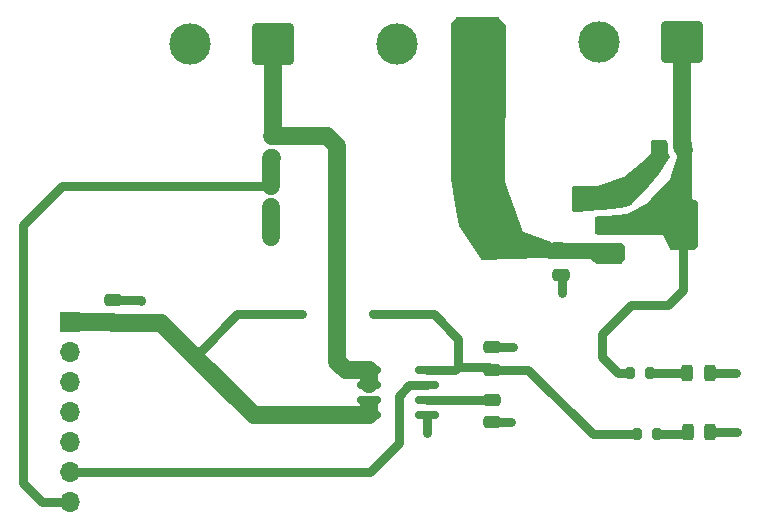
<source format=gbr>
%TF.GenerationSoftware,KiCad,Pcbnew,(6.0.7)*%
%TF.CreationDate,2023-02-21T13:12:55+03:00*%
%TF.ProjectId,Omarichet EPS Stack,4f6d6172-6963-4686-9574-204550532053,rev?*%
%TF.SameCoordinates,Original*%
%TF.FileFunction,Copper,L1,Top*%
%TF.FilePolarity,Positive*%
%FSLAX46Y46*%
G04 Gerber Fmt 4.6, Leading zero omitted, Abs format (unit mm)*
G04 Created by KiCad (PCBNEW (6.0.7)) date 2023-02-21 13:12:55*
%MOMM*%
%LPD*%
G01*
G04 APERTURE LIST*
G04 Aperture macros list*
%AMRoundRect*
0 Rectangle with rounded corners*
0 $1 Rounding radius*
0 $2 $3 $4 $5 $6 $7 $8 $9 X,Y pos of 4 corners*
0 Add a 4 corners polygon primitive as box body*
4,1,4,$2,$3,$4,$5,$6,$7,$8,$9,$2,$3,0*
0 Add four circle primitives for the rounded corners*
1,1,$1+$1,$2,$3*
1,1,$1+$1,$4,$5*
1,1,$1+$1,$6,$7*
1,1,$1+$1,$8,$9*
0 Add four rect primitives between the rounded corners*
20,1,$1+$1,$2,$3,$4,$5,0*
20,1,$1+$1,$4,$5,$6,$7,0*
20,1,$1+$1,$6,$7,$8,$9,0*
20,1,$1+$1,$8,$9,$2,$3,0*%
G04 Aperture macros list end*
%TA.AperFunction,ComponentPad*%
%ADD10RoundRect,0.250002X1.499998X1.499998X-1.499998X1.499998X-1.499998X-1.499998X1.499998X-1.499998X0*%
%TD*%
%TA.AperFunction,ComponentPad*%
%ADD11C,3.500000*%
%TD*%
%TA.AperFunction,ComponentPad*%
%ADD12R,1.700000X1.700000*%
%TD*%
%TA.AperFunction,ComponentPad*%
%ADD13O,1.700000X1.700000*%
%TD*%
%TA.AperFunction,SMDPad,CuDef*%
%ADD14RoundRect,0.250000X-0.475000X0.250000X-0.475000X-0.250000X0.475000X-0.250000X0.475000X0.250000X0*%
%TD*%
%TA.AperFunction,SMDPad,CuDef*%
%ADD15R,2.000000X1.500000*%
%TD*%
%TA.AperFunction,SMDPad,CuDef*%
%ADD16R,2.000000X3.800000*%
%TD*%
%TA.AperFunction,SMDPad,CuDef*%
%ADD17RoundRect,0.243750X0.243750X0.456250X-0.243750X0.456250X-0.243750X-0.456250X0.243750X-0.456250X0*%
%TD*%
%TA.AperFunction,SMDPad,CuDef*%
%ADD18RoundRect,0.150000X-0.825000X-0.150000X0.825000X-0.150000X0.825000X0.150000X-0.825000X0.150000X0*%
%TD*%
%TA.AperFunction,SMDPad,CuDef*%
%ADD19RoundRect,0.250000X0.250000X0.475000X-0.250000X0.475000X-0.250000X-0.475000X0.250000X-0.475000X0*%
%TD*%
%TA.AperFunction,SMDPad,CuDef*%
%ADD20RoundRect,0.200000X-0.275000X0.200000X-0.275000X-0.200000X0.275000X-0.200000X0.275000X0.200000X0*%
%TD*%
%TA.AperFunction,SMDPad,CuDef*%
%ADD21RoundRect,0.200000X-0.200000X-0.275000X0.200000X-0.275000X0.200000X0.275000X-0.200000X0.275000X0*%
%TD*%
%TA.AperFunction,ViaPad*%
%ADD22C,0.700000*%
%TD*%
%TA.AperFunction,Conductor*%
%ADD23C,1.500000*%
%TD*%
%TA.AperFunction,Conductor*%
%ADD24C,0.800000*%
%TD*%
G04 APERTURE END LIST*
D10*
%TO.P,J1,1,Pin_1*%
%TO.N,IP+*%
X119890000Y-70630000D03*
D11*
%TO.P,J1,2,Pin_2*%
%TO.N,GND*%
X112890000Y-70630000D03*
%TD*%
D12*
%TO.P,J2,1,Pin_1*%
%TO.N,IP-*%
X102720000Y-94245000D03*
D13*
%TO.P,J2,2,Pin_2*%
%TO.N,GND*%
X102720000Y-96785000D03*
%TO.P,J2,3,Pin_3*%
%TO.N,unconnected-(J2-Pad3)*%
X102720000Y-99325000D03*
%TO.P,J2,4,Pin_4*%
%TO.N,unconnected-(J2-Pad4)*%
X102720000Y-101865000D03*
%TO.P,J2,5,Pin_5*%
%TO.N,unconnected-(J2-Pad5)*%
X102720000Y-104405000D03*
%TO.P,J2,6,Pin_6*%
%TO.N,CH5*%
X102720000Y-106945000D03*
%TO.P,J2,7,Pin_7*%
%TO.N,CH4*%
X102720000Y-109485000D03*
%TD*%
D14*
%TO.P,C3,1*%
%TO.N,Net-(C3-Pad1)*%
X138480000Y-100790000D03*
%TO.P,C3,2*%
%TO.N,GND*%
X138480000Y-102690000D03*
%TD*%
D15*
%TO.P,U1,1,GND*%
%TO.N,GND*%
X148350000Y-83700000D03*
D16*
%TO.P,U1,2,VO*%
%TO.N,SOL_out*%
X154650000Y-86000000D03*
D15*
X148350000Y-86000000D03*
%TO.P,U1,3,VI*%
%TO.N,SOL_in*%
X148350000Y-88300000D03*
%TD*%
D17*
%TO.P,D1,1,K*%
%TO.N,GND*%
X156875000Y-98500000D03*
%TO.P,D1,2,A*%
%TO.N,Net-(D1-Pad2)*%
X155000000Y-98500000D03*
%TD*%
D14*
%TO.P,C5,1*%
%TO.N,SOL_in*%
X144330000Y-88330000D03*
%TO.P,C5,2*%
%TO.N,GND*%
X144330000Y-90230000D03*
%TD*%
%TO.P,C1,1*%
%TO.N,GND*%
X106330000Y-92360000D03*
%TO.P,C1,2*%
%TO.N,IP-*%
X106330000Y-94260000D03*
%TD*%
D18*
%TO.P,U2,1,IP+*%
%TO.N,IP+*%
X128005000Y-98275000D03*
%TO.P,U2,2,IP+*%
X128005000Y-99545000D03*
%TO.P,U2,3,IP-*%
%TO.N,IP-*%
X128005000Y-100815000D03*
%TO.P,U2,4,IP-*%
X128005000Y-102085000D03*
%TO.P,U2,5,GND*%
%TO.N,GND*%
X132955000Y-102085000D03*
%TO.P,U2,6,FILTER*%
%TO.N,Net-(C3-Pad1)*%
X132955000Y-100815000D03*
%TO.P,U2,7,VIOUT*%
%TO.N,CH5*%
X132955000Y-99545000D03*
%TO.P,U2,8,VCC*%
%TO.N,IP-*%
X132955000Y-98275000D03*
%TD*%
D19*
%TO.P,C4,1*%
%TO.N,SOL_out*%
X154740000Y-79610000D03*
%TO.P,C4,2*%
%TO.N,GND*%
X152840000Y-79610000D03*
%TD*%
D17*
%TO.P,D2,1,K*%
%TO.N,GND*%
X156937500Y-103500000D03*
%TO.P,D2,2,A*%
%TO.N,Net-(D2-Pad2)*%
X155062500Y-103500000D03*
%TD*%
D20*
%TO.P,R1,1*%
%TO.N,IP+*%
X119790000Y-78490000D03*
%TO.P,R1,2*%
%TO.N,CH4*%
X119790000Y-80140000D03*
%TD*%
D21*
%TO.P,R3,1*%
%TO.N,IP-*%
X150770000Y-103720000D03*
%TO.P,R3,2*%
%TO.N,Net-(D2-Pad2)*%
X152420000Y-103720000D03*
%TD*%
%TO.P,R4,1*%
%TO.N,SOL_out*%
X150175000Y-98500000D03*
%TO.P,R4,2*%
%TO.N,Net-(D1-Pad2)*%
X151825000Y-98500000D03*
%TD*%
D10*
%TO.P,J4,1,Pin_1*%
%TO.N,SOL_out*%
X154500000Y-70500000D03*
D11*
%TO.P,J4,2,Pin_2*%
%TO.N,GND*%
X147500000Y-70500000D03*
%TD*%
D20*
%TO.P,R2,1*%
%TO.N,CH4*%
X119770000Y-82675000D03*
%TO.P,R2,2*%
%TO.N,GND*%
X119770000Y-84325000D03*
%TD*%
D14*
%TO.P,C2,1*%
%TO.N,GND*%
X138480000Y-96350000D03*
%TO.P,C2,2*%
%TO.N,IP-*%
X138480000Y-98250000D03*
%TD*%
D10*
%TO.P,J3,1,Pin_1*%
%TO.N,SOL_in*%
X137380000Y-70630000D03*
D11*
%TO.P,J3,2,Pin_2*%
%TO.N,GND*%
X130380000Y-70630000D03*
%TD*%
D22*
%TO.N,GND*%
X159180000Y-103540000D03*
X144370000Y-91780000D03*
X140100000Y-102670000D03*
X145920000Y-84260000D03*
X140200000Y-96350000D03*
X132960000Y-103610000D03*
X159130000Y-98550000D03*
X119770000Y-86980000D03*
X145930000Y-83060000D03*
X108750000Y-92410000D03*
%TO.N,IP-*%
X122380000Y-93570000D03*
X128420000Y-93550000D03*
%TD*%
D23*
%TO.N,GND*%
X119770000Y-86980000D02*
X119770000Y-84475000D01*
D24*
X140200000Y-96350000D02*
X138480000Y-96350000D01*
X144370000Y-91780000D02*
X144370000Y-90270000D01*
X132955000Y-103605000D02*
X132960000Y-103610000D01*
X144370000Y-90270000D02*
X144330000Y-90230000D01*
X140080000Y-102690000D02*
X140100000Y-102670000D01*
X156937500Y-103500000D02*
X159140000Y-103500000D01*
X106330000Y-92360000D02*
X108700000Y-92360000D01*
X108700000Y-92360000D02*
X108750000Y-92410000D01*
X132955000Y-102085000D02*
X132955000Y-103605000D01*
X138480000Y-102690000D02*
X140080000Y-102690000D01*
X159080000Y-98500000D02*
X159130000Y-98550000D01*
X156875000Y-98500000D02*
X159080000Y-98500000D01*
X159140000Y-103500000D02*
X159180000Y-103540000D01*
D23*
%TO.N,IP-*%
X128005000Y-102085000D02*
X128005000Y-101265000D01*
D24*
X138230000Y-98000000D02*
X138480000Y-98250000D01*
X132955000Y-98275000D02*
X132990000Y-98310000D01*
X132990000Y-98310000D02*
X135300000Y-98310000D01*
D23*
X112800000Y-96620000D02*
X118265000Y-102085000D01*
D24*
X135300000Y-98310000D02*
X135610000Y-98000000D01*
X116880000Y-93570000D02*
X113830000Y-96620000D01*
X135610000Y-95650000D02*
X133510000Y-93550000D01*
X113830000Y-96620000D02*
X112800000Y-96620000D01*
X135610000Y-98000000D02*
X135610000Y-95650000D01*
D23*
X102720000Y-94245000D02*
X106315000Y-94245000D01*
D24*
X138480000Y-98250000D02*
X141520000Y-98250000D01*
D23*
X118265000Y-102085000D02*
X128005000Y-102085000D01*
X110440000Y-94260000D02*
X112800000Y-96620000D01*
D24*
X122380000Y-93570000D02*
X116880000Y-93570000D01*
D23*
X106330000Y-94260000D02*
X110440000Y-94260000D01*
X106315000Y-94245000D02*
X106330000Y-94260000D01*
D24*
X146990000Y-103720000D02*
X150770000Y-103720000D01*
X141520000Y-98250000D02*
X146990000Y-103720000D01*
X133510000Y-93550000D02*
X128420000Y-93550000D01*
X135610000Y-98000000D02*
X138230000Y-98000000D01*
%TO.N,SOL_out*%
X154650000Y-91510000D02*
X154650000Y-86000000D01*
X150220000Y-92780000D02*
X153380000Y-92780000D01*
X147800000Y-97210000D02*
X147800000Y-95200000D01*
X150175000Y-98500000D02*
X149090000Y-98500000D01*
X149090000Y-98500000D02*
X147800000Y-97210000D01*
X147800000Y-95200000D02*
X150220000Y-92780000D01*
D23*
X154500000Y-70500000D02*
X154500000Y-79370000D01*
D24*
X153380000Y-92780000D02*
X154650000Y-91510000D01*
D23*
X154500000Y-79370000D02*
X154740000Y-79610000D01*
%TO.N,IP+*%
X119890000Y-70630000D02*
X119890000Y-78390000D01*
X125370000Y-97540000D02*
X125350000Y-97560000D01*
X126065000Y-98275000D02*
X128005000Y-98275000D01*
X125350000Y-97560000D02*
X126065000Y-98275000D01*
X125370000Y-79340000D02*
X125370000Y-97540000D01*
X119790000Y-78490000D02*
X124520000Y-78490000D01*
X124520000Y-78490000D02*
X125370000Y-79340000D01*
X128005000Y-98275000D02*
X128005000Y-99465000D01*
X119890000Y-78390000D02*
X119790000Y-78490000D01*
D24*
%TO.N,Net-(D2-Pad2)*%
X152420000Y-103720000D02*
X154842500Y-103720000D01*
X154842500Y-103720000D02*
X155062500Y-103500000D01*
%TO.N,CH5*%
X132955000Y-99545000D02*
X131455000Y-99545000D01*
X131455000Y-99545000D02*
X130550000Y-100450000D01*
X128095000Y-106945000D02*
X130550000Y-104490000D01*
X102720000Y-106945000D02*
X128095000Y-106945000D01*
X130550000Y-100450000D02*
X130550000Y-104490000D01*
%TO.N,CH4*%
X98730000Y-85970000D02*
X98730000Y-107830000D01*
X102025000Y-82675000D02*
X98730000Y-85970000D01*
D23*
X119770000Y-82675000D02*
X119770000Y-80290000D01*
D24*
X119770000Y-82675000D02*
X102025000Y-82675000D01*
D23*
X119770000Y-80290000D02*
X119790000Y-80290000D01*
D24*
X100385000Y-109485000D02*
X102720000Y-109485000D01*
X98730000Y-107830000D02*
X100385000Y-109485000D01*
%TO.N,Net-(C3-Pad1)*%
X138455000Y-100815000D02*
X138480000Y-100790000D01*
X132955000Y-100815000D02*
X138455000Y-100815000D01*
%TO.N,Net-(D1-Pad2)*%
X155000000Y-98500000D02*
X151825000Y-98500000D01*
%TD*%
%TA.AperFunction,Conductor*%
%TO.N,GND*%
G36*
X153191621Y-78810002D02*
G01*
X153238114Y-78863658D01*
X153249500Y-78916000D01*
X153249500Y-79279138D01*
X153248422Y-79295585D01*
X153245547Y-79317422D01*
X153245812Y-79323034D01*
X153249360Y-79398271D01*
X153249500Y-79404207D01*
X153249500Y-79426630D01*
X153249750Y-79429428D01*
X153251804Y-79452452D01*
X153252163Y-79457713D01*
X153256063Y-79540398D01*
X153257314Y-79545861D01*
X153257315Y-79545867D01*
X153260028Y-79557711D01*
X153262710Y-79574645D01*
X153264289Y-79592339D01*
X153265771Y-79597755D01*
X153265771Y-79597757D01*
X153286131Y-79672181D01*
X153287417Y-79677299D01*
X153305897Y-79757987D01*
X153308095Y-79763141D01*
X153308099Y-79763152D01*
X153312866Y-79774326D01*
X153318505Y-79790516D01*
X153323192Y-79807651D01*
X153358835Y-79882377D01*
X153360993Y-79887157D01*
X153393476Y-79963313D01*
X153403236Y-79978171D01*
X153411642Y-79993091D01*
X153419292Y-80009129D01*
X153422563Y-80013682D01*
X153422566Y-80013686D01*
X153467589Y-80076341D01*
X153470578Y-80080689D01*
X153493424Y-80115468D01*
X153514107Y-80183385D01*
X153495965Y-80249792D01*
X152626166Y-81689792D01*
X152612024Y-81708874D01*
X151711483Y-82710775D01*
X150333857Y-84243458D01*
X150275770Y-84280089D01*
X149371740Y-84546540D01*
X149347811Y-84551135D01*
X147739527Y-84700926D01*
X147321792Y-84739833D01*
X147318215Y-84740115D01*
X146813344Y-84772671D01*
X145362835Y-84866207D01*
X145293570Y-84850630D01*
X145243720Y-84800077D01*
X145228728Y-84740389D01*
X145229922Y-82825342D01*
X145249967Y-82757234D01*
X145303651Y-82710775D01*
X145355339Y-82699422D01*
X147017604Y-82691762D01*
X147389169Y-82690050D01*
X147389170Y-82690050D01*
X147400000Y-82690000D01*
X149580000Y-81900000D01*
X149588155Y-81893407D01*
X149588158Y-81893405D01*
X151052391Y-80709556D01*
X151930000Y-80000000D01*
X151921050Y-78917041D01*
X151940489Y-78848758D01*
X151993758Y-78801823D01*
X152047046Y-78790000D01*
X153123500Y-78790000D01*
X153191621Y-78810002D01*
G37*
%TD.AperFunction*%
%TD*%
%TA.AperFunction,Conductor*%
%TO.N,SOL_in*%
G36*
X139024091Y-68410002D02*
G01*
X139047246Y-68429140D01*
X139565276Y-68973510D01*
X139597747Y-69036647D01*
X139600000Y-69060370D01*
X139600000Y-71799787D01*
X139599999Y-71800264D01*
X139561136Y-82060205D01*
X139560000Y-82360000D01*
X141120000Y-86620000D01*
X141128822Y-86623229D01*
X141128823Y-86623229D01*
X143455736Y-87474780D01*
X143470000Y-87480000D01*
X143682185Y-87474812D01*
X143686486Y-87474780D01*
X145230000Y-87490000D01*
X146719815Y-87499999D01*
X146719878Y-87499999D01*
X146720000Y-87500000D01*
X149395165Y-87500000D01*
X149463286Y-87520002D01*
X149474756Y-87528320D01*
X149663591Y-87682185D01*
X149703766Y-87740722D01*
X149710000Y-87779865D01*
X149710000Y-88822995D01*
X149689988Y-88891130D01*
X149672196Y-88918806D01*
X149477199Y-89222135D01*
X149423537Y-89268621D01*
X149371211Y-89280000D01*
X147377352Y-89280000D01*
X147308683Y-89259644D01*
X146755213Y-88899888D01*
X146755212Y-88899888D01*
X146740000Y-88890000D01*
X146721858Y-88889922D01*
X146721856Y-88889922D01*
X145174072Y-88883308D01*
X144400000Y-88880000D01*
X143713188Y-88880000D01*
X143706832Y-88879840D01*
X142720000Y-88830000D01*
X142717864Y-88830037D01*
X142717861Y-88830037D01*
X137598835Y-88918806D01*
X137530377Y-88899988D01*
X137491812Y-88862717D01*
X135645090Y-86092635D01*
X135625593Y-86043156D01*
X135407620Y-84715506D01*
X134971675Y-82060200D01*
X134970010Y-82039665D01*
X134980000Y-72120000D01*
X134980000Y-72110000D01*
X134978012Y-71799787D01*
X134960272Y-69032449D01*
X134979837Y-68964201D01*
X134985469Y-68956041D01*
X135372200Y-68440400D01*
X135429074Y-68397905D01*
X135473000Y-68390000D01*
X138955970Y-68390000D01*
X139024091Y-68410002D01*
G37*
%TD.AperFunction*%
%TD*%
%TA.AperFunction,Conductor*%
%TO.N,SOL_out*%
G36*
X155216781Y-78760002D02*
G01*
X155256703Y-78801172D01*
X155351718Y-78959531D01*
X155369668Y-79025534D01*
X155360000Y-80060000D01*
X155360004Y-80060531D01*
X155360004Y-80060581D01*
X155369996Y-81359480D01*
X155370000Y-81360449D01*
X155370000Y-83790000D01*
X155388252Y-83797301D01*
X155791017Y-83958407D01*
X155846837Y-84002278D01*
X155870222Y-84075066D01*
X155877456Y-86852992D01*
X155879864Y-87777618D01*
X155860039Y-87845790D01*
X155842959Y-87867041D01*
X155646905Y-88063095D01*
X155584593Y-88097121D01*
X155557810Y-88100000D01*
X153663268Y-88100000D01*
X153595147Y-88079998D01*
X153553760Y-88036322D01*
X153457422Y-87867041D01*
X152890000Y-86870000D01*
X152874838Y-86869952D01*
X152874837Y-86869952D01*
X147509961Y-86853083D01*
X147454772Y-86840161D01*
X147260410Y-86744613D01*
X147208104Y-86696613D01*
X147190000Y-86631540D01*
X147190000Y-85425795D01*
X147210002Y-85357674D01*
X147263658Y-85311181D01*
X147305381Y-85300244D01*
X149910000Y-85080000D01*
X151620000Y-84110000D01*
X151928394Y-83790000D01*
X153470018Y-82190358D01*
X153470019Y-82190357D01*
X153480000Y-82180000D01*
X153484418Y-82166312D01*
X153484419Y-82166310D01*
X153770137Y-81281052D01*
X154090000Y-80290000D01*
X154090000Y-79011511D01*
X154110002Y-78943390D01*
X154114674Y-78936618D01*
X154222225Y-78791107D01*
X154278800Y-78748215D01*
X154323551Y-78740000D01*
X155148660Y-78740000D01*
X155216781Y-78760002D01*
G37*
%TD.AperFunction*%
%TD*%
M02*

</source>
